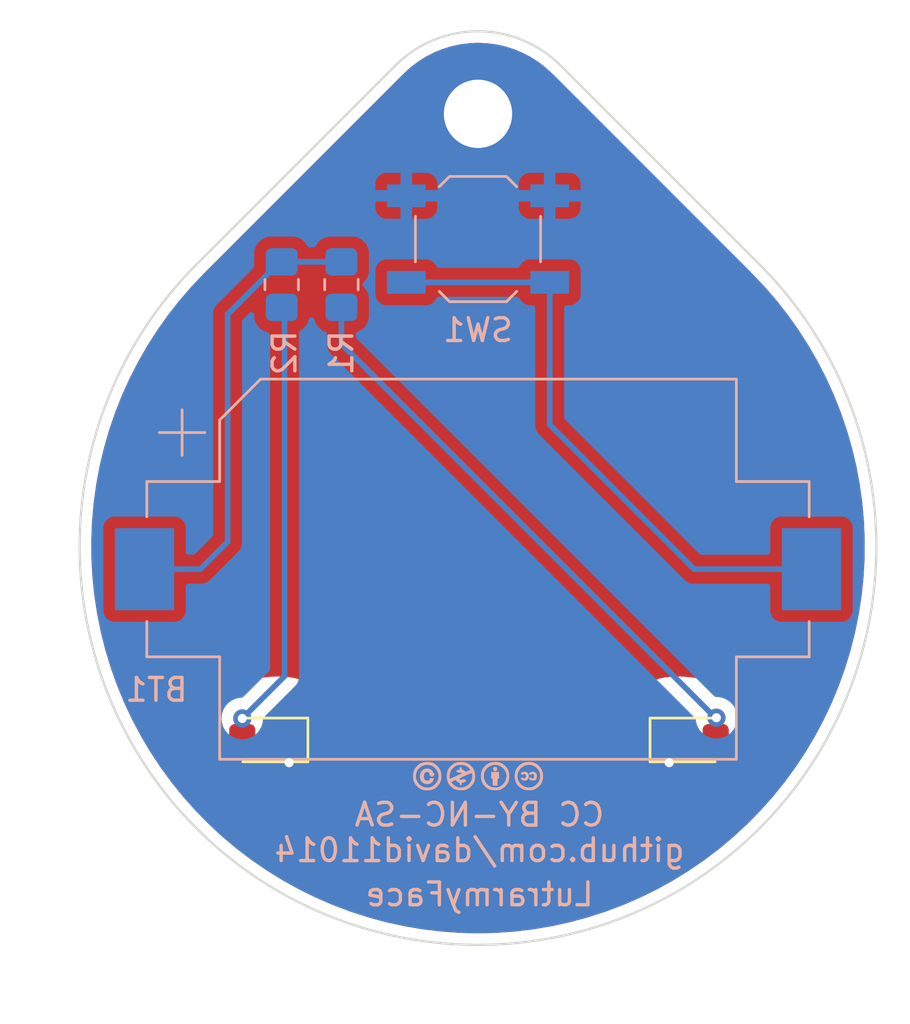
<source format=kicad_pcb>
(kicad_pcb (version 20211014) (generator pcbnew)
  (layers (0 "F.Cu" signal) (31 "B.Cu" signal) (34 "B.Paste" user) (35 "F.Paste" user) (36 "B.SilkS" user "B.Silkscreen") (37 "F.SilkS" user "F.Silkscreen") (38 "B.Mask" user) (39 "F.Mask" user) (44 "Edge.Cuts" user))
  (net 0 "")
  (net 1 "Net-(BT1-Pad1)")
  (net 2 "Net-(BT1-Pad2)")
  (net 3 "GND")
  (net 4 "Net-(D1-Pad2)")
  (net 5 "Net-(D2-Pad2)")
  (footprint "LED_SMD:LED_0805_2012Metric_Pad1.15x1.40mm_HandSolder" (layer "F.Cu") (at 126.668189 107.5 180)
    (fp_text reference "D2" hide)
    (fp_text value "LED")
    (fp_line (start -1.86 -0.96) (end -1.86 0.96) (layer "F.SilkS") (width 0.12))
    (fp_line (start -1.86 0.96) (end 1 0.96) (layer "F.SilkS") (width 0.12))
    (fp_line (start 1 -0.96) (end -1.86 -0.96) (layer "F.SilkS") (width 0.12))
    (pad "1" smd roundrect (at -1.025 0 180) (size 1.15 1.4) (layers "F.Cu" "F.Paste" "F.Mask") (roundrect_rratio 0.2173913043) (net 3 "GND"))
    (pad "2" smd roundrect (at 1.025 0 180) (size 1.15 1.4) (layers "F.Cu" "F.Paste" "F.Mask") (roundrect_rratio 0.2173913043) (net 5 "Net-(D2-Pad2)"))
  )
  (footprint "LED_SMD:LED_0805_2012Metric_Pad1.15x1.40mm_HandSolder" (layer "F.Cu") (at 145.418189 107.5)
    (fp_text reference "D1" hide)
    (fp_text value "LED")
    (fp_line (start -1.86 0.96) (end 1 0.96) (layer "F.SilkS") (width 0.12))
    (fp_line (start 1 -0.96) (end -1.86 -0.96) (layer "F.SilkS") (width 0.12))
    (fp_line (start -1.86 -0.96) (end -1.86 0.96) (layer "F.SilkS") (width 0.12))
    (pad "1" smd roundrect (at -1.025 0) (size 1.15 1.4) (layers "F.Cu" "F.Paste" "F.Mask") (roundrect_rratio 0.2173913043) (net 3 "GND"))
    (pad "2" smd roundrect (at 1.025 0) (size 1.15 1.4) (layers "F.Cu" "F.Paste" "F.Mask") (roundrect_rratio 0.2173913043) (net 4 "Net-(D1-Pad2)"))
  )
  (footprint "Battery:BatteryHolder_Keystone_1060_1x2032" (layer "B.Cu") (at 136 100)
    (fp_text reference "BT1" (at -14.125 5.3) (layer "B.SilkS") (effects (justify mirror)))
    (fp_text value "Battery_Cell")
    (fp_line (start 11.35 -3.85) (end 14.55 -3.85) (layer "B.SilkS") (width 0.12))
    (fp_line (start 11.35 8.35) (end 11.35 3.85) (layer "B.SilkS") (width 0.12))
    (fp_line (start -14.55 3.85) (end -14.55 2.3) (layer "B.SilkS") (width 0.12))
    (fp_line (start -9.55 -8.35) (end -11.35 -6.55) (layer "B.SilkS") (width 0.12))
    (fp_line (start -13 -5) (end -13 -7) (layer "B.SilkS") (width 0.12))
    (fp_line (start 11.35 3.85) (end 14.55 3.85) (layer "B.SilkS") (width 0.12))
    (fp_line (start -12 -6) (end -14 -6) (layer "B.SilkS") (width 0.12))
    (fp_line (start 11.35 -8.35) (end -9.55 -8.35) (layer "B.SilkS") (width 0.12))
    (fp_line (start -11.35 3.85) (end -14.55 3.85) (layer "B.SilkS") (width 0.12))
    (fp_line (start -14.55 -3.85) (end -14.55 -2.3) (layer "B.SilkS") (width 0.12))
    (fp_line (start 11.35 -8.35) (end 11.35 -3.85) (layer "B.SilkS") (width 0.12))
    (fp_line (start -11.35 -3.85) (end -14.55 -3.85) (layer "B.SilkS") (width 0.12))
    (fp_line (start 14.55 3.85) (end 14.55 2.3) (layer "B.SilkS") (width 0.12))
    (fp_line (start 14.55 -3.85) (end 14.55 -2.3) (layer "B.SilkS") (width 0.12))
    (fp_line (start -11.35 8.35) (end 11.35 8.35) (layer "B.SilkS") (width 0.12))
    (fp_line (start -11.35 -6.55) (end -11.35 -3.85) (layer "B.SilkS") (width 0.12))
    (fp_line (start -11.35 8.35) (end -11.35 3.85) (layer "B.SilkS") (width 0.12))
    (pad "1" smd rect (at -14.65 0 180) (size 2.6 3.6) (layers "B.Cu" "B.Paste" "B.Mask") (net 1 "Net-(BT1-Pad1)"))
    (pad "2" smd rect (at 14.65 0 180) (size 2.6 3.6) (layers "B.Cu" "B.Paste" "B.Mask") (net 2 "Net-(BT1-Pad2)"))
  )
  (footprint "Resistor_SMD:R_0805_2012Metric_Pad1.20x1.40mm_HandSolder" (layer "B.Cu") (at 127.375 87.5 -90)
    (fp_text reference "R2" (at 3 -0.125 90) (layer "B.SilkS") (effects (justify mirror)))
    (fp_text value "2K")
    (fp_line (start -0.227064 0.735) (end 0.227064 0.735) (layer "B.SilkS") (width 0.12))
    (fp_line (start -0.227064 -0.735) (end 0.227064 -0.735) (layer "B.SilkS") (width 0.12))
    (pad "1" smd roundrect (at -1 0 270) (size 1.2 1.4) (layers "B.Cu" "B.Paste" "B.Mask") (roundrect_rratio 0.2083333333) (net 1 "Net-(BT1-Pad1)"))
    (pad "2" smd roundrect (at 1 0 270) (size 1.2 1.4) (layers "B.Cu" "B.Paste" "B.Mask") (roundrect_rratio 0.2083333333) (net 5 "Net-(D2-Pad2)"))
  )
  (footprint "Button_Switch_SMD:SW_SPST_TL3342" (layer "B.Cu") (at 136 85.5)
    (fp_text reference "SW1" (at 0 4) (layer "B.SilkS") (effects (justify mirror)))
    (fp_text value "SW_Push")
    (fp_line (start -2.75 1) (end -2.75 -1) (layer "B.SilkS") (width 0.12))
    (fp_line (start -1.25 2.75) (end 1.25 2.75) (layer "B.SilkS") (width 0.12))
    (fp_line (start 2.75 1) (end 2.75 -1) (layer "B.SilkS") (width 0.12))
    (fp_line (start 1.7 2.3) (end 1.25 2.75) (layer "B.SilkS") (width 0.12))
    (fp_line (start -1.25 -2.75) (end 1.25 -2.75) (layer "B.SilkS") (width 0.12))
    (fp_line (start -1.7 2.3) (end -1.25 2.75) (layer "B.SilkS") (width 0.12))
    (fp_line (start -1.7 -2.3) (end -1.25 -2.75) (layer "B.SilkS") (width 0.12))
    (fp_line (start 1.7 -2.3) (end 1.25 -2.75) (layer "B.SilkS") (width 0.12))
    (pad "1" smd rect (at 3.15 1.9) (size 1.7 1) (layers "B.Cu" "B.Paste" "B.Mask") (net 2 "Net-(BT1-Pad2)"))
    (pad "1" smd rect (at -3.15 1.9) (size 1.7 1) (layers "B.Cu" "B.Paste" "B.Mask") (net 2 "Net-(BT1-Pad2)"))
    (pad "2" smd rect (at -3.15 -1.9) (size 1.7 1) (layers "B.Cu" "B.Paste" "B.Mask") (net 3 "GND"))
    (pad "2" smd rect (at 3.15 -1.9) (size 1.7 1) (layers "B.Cu" "B.Paste" "B.Mask") (net 3 "GND"))
  )
  (footprint "CopyRight:CC-BY-NC-SA" (layer "B.Cu") (at 136.06524 113.28409 180)
    (fp_text reference "LutrarmyFace" (at 0 -1 unlocked) (layer "B.SilkS") (effects (justify mirror)))
    (fp_text value "CC-BY-NC-SA" hide)
    (fp_text user "github.com/david11014" (at 0 0.94 unlocked) (layer "B.SilkS") (effects (justify mirror)))
    (fp_text user "CC BY-NC-SA" (at 0 2.5 unlocked) (layer "B.SilkS") (effects (justify mirror)))
    (fp_poly (pts (xy -2.031358 4.807373) (xy -1.915094 4.77542) (xy -1.811862 4.717945) (xy -1.7214 4.640064) (xy -1.637551 4.541109) (xy -1.582381 4.437109) (xy -1.55244 4.319333) (xy -1.544208 4.192081) (xy -1.558742 4.037847) (xy -1.602659 3.903796) (xy -1.676428 3.789125) (xy -1.780516 3.693035) (xy -1.868925 3.637861) (xy -1.928901 3.607768) (xy -1.97971 3.589191) (xy -2.034586 3.578986) (xy -2.106764 3.574004) (xy -2.14259 3.572794) (xy -2.221768 3.572514) (xy -2.293325 3.575812) (xy -2.34536 3.58202) (xy -2.356936 3.584812) (xy -2.44544 3.623429) (xy -2.538281 3.681876) (xy -2.621317 3.75026) (xy -2.669913 3.803775) (xy -2.733636 3.902271) (xy -2.772848 4.000911) (xy -2.790819 4.110955) (xy -2.791311 4.168499) (xy -2.66727 4.168499) (xy -2.645522 4.049427) (xy -2.594644 3.938896) (xy -2.516677 3.84168) (xy -2.413663 3.762558) (xy -2.317592 3.716607) (xy -2.23291 3.699083) (xy -2.132902 3.699468) (xy -2.032444 3.716597) (xy -1.954512 3.745079) (xy -1.838492 3.820294) (xy -1.75275 3.914338) (xy -1.697489 4.026924) (xy -1.673552 4.148917) (xy -1.677015 4.277841) (xy -1.711029 4.391466) (xy -1.777687 4.495419) (xy -1.819486 4.541138) (xy -1.923092 4.621927) (xy -2.037013 4.671542) (xy -2.155897 4.690841) (xy -2.27439 4.680687) (xy -2.387142 4.641941) (xy -2.488798 4.575462) (xy -2.574008 4.482112) (xy -2.615216 4.413157) (xy -2.657849 4.291334) (xy -2.66727 4.168499) (xy -2.791311 4.168499) (xy -2.79178 4.223298) (xy -2.778481 4.351108) (xy -2.746955 4.456701) (xy -2.692432 4.550954) (xy -2.610138 4.644744) (xy -2.604376 4.650435) (xy -2.506044 4.731059) (xy -2.400683 4.783547) (xy -2.28002 4.811073) (xy -2.169384 4.817257)) (layer "B.SilkS") (width 0) (fill solid))
    (fp_poly (pts (xy 2.364832 4.524257) (xy 2.458335 4.48814) (xy 2.534529 4.425001) (xy 2.583127 4.357441) (xy 2.609767 4.282116) (xy 2.617059 4.18934) (xy 2.613992 4.130024) (xy 2.589682 4.026138) (xy 2.537111 3.942986) (xy 2.458579 3.882801) (xy 2.356385 3.847815) (xy 2.317525 3.842146) (xy 2.228753 3.844788) (xy 2.161443 3.867358) (xy 2.082577 3.922011) (xy 2.032039 3.998148) (xy 2.0166 4.04926) (xy 2.005898 4.10277) (xy 2.097441 4.10277) (xy 2.1519 4.100941) (xy 2.179375 4.093242) (xy 2.188516 4.076358) (xy 2.188985 4.067674) (xy 2.203837 4.028626) (xy 2.241637 4.004253) (xy 2.292253 3.995747) (xy 2.345553 4.004295) (xy 2.391404 4.031089) (xy 2.402035 4.042661) (xy 2.427705 4.098033) (xy 2.439121 4.171587) (xy 2.435325 4.248344) (xy 2.418876 4.306137) (xy 2.379613 4.354386) (xy 2.323648 4.378027) (xy 2.26307 4.372394) (xy 2.255417 4.369236) (xy 2.217824 4.34402) (xy 2.196645 4.3148) (xy 2.197231 4.291055) (xy 2.207383 4.28419) (xy 2.208048 4.269812) (xy 2.189475 4.241207) (xy 2.159714 4.2072) (xy 2.12682 4.176617) (xy 2.098844 4.158284) (xy 2.090743 4.156356) (xy 2.067607 4.168274) (xy 2.031129 4.198562) (xy 2.010363 4.218874) (xy 1.977201 4.257729) (xy 1.969366 4.278853) (xy 1.975601 4.281813) (xy 1.996581 4.297169) (xy 2.023053 4.336223) (xy 2.04069 4.371579) (xy 2.07206 4.431182) (xy 2.108626 4.469062) (xy 2.156794 4.495801) (xy 2.262968 4.527064)) (layer "B.SilkS") (width 0) (fill solid))
    (fp_poly (pts (xy -2.258251 4.375032) (xy -2.210569 4.345042) (xy -2.178789 4.31566) (xy -2.171887 4.298059) (xy -2.187551 4.280852) (xy -2.196177 4.274162) (xy -2.240935 4.249192) (xy -2.275431 4.254732) (xy -2.294419 4.27246) (xy -2.323491 4.296512) (xy -2.352445 4.289536) (xy -2.373523 4.271185) (xy -2.395243 4.230431) (xy -2.398348 4.179814) (xy -2.385556 4.131) (xy -2.359582 4.095656) (xy -2.330143 4.084908) (xy -2.306673 4.096271) (xy -2.28567 4.11407) (xy -2.255865 4.133168) (xy -2.219859 4.126412) (xy -2.212946 4.123384) (xy -2.177713 4.100808) (xy -2.174456 4.075966) (xy -2.203391 4.043276) (xy -2.216448 4.032618) (xy -2.2743 4.00585) (xy -2.347711 3.996577) (xy -2.420487 4.005926) (xy -2.448675 4.016488) (xy -2.494233 4.058081) (xy -2.520272 4.128481) (xy -2.526627 4.203226) (xy -2.521169 4.263432) (xy -2.499906 4.307629) (xy -2.474414 4.336352) (xy -2.409212 4.37831) (xy -2.333514 4.391323)) (layer "B.SilkS") (width 0) (fill solid))
    (fp_poly (pts (xy -1.9138 4.381097) (xy -1.860039 4.361615) (xy -1.825644 4.334501) (xy -1.814965 4.304135) (xy -1.832352 4.2749) (xy -1.855702 4.260777) (xy -1.894161 4.250422) (xy -1.92373 4.265577) (xy -1.928427 4.270091) (xy -1.961309 4.295476) (xy -1.988659 4.29109) (xy -2.014787 4.266588) (xy -2.040799 4.214647) (xy -2.037996 4.157854) (xy -2.009082 4.112115) (xy -1.981644 4.091422) (xy -1.957843 4.092665) (xy -1.927888 4.110292) (xy -1.881957 4.12931) (xy -1.84705 4.129305) (xy -1.816568 4.10918) (xy -1.8144 4.081553) (xy -1.835385 4.051403) (xy -1.874366 4.023708) (xy -1.926181 4.003446) (xy -1.985614 3.995597) (xy -2.045878 4.001456) (xy -2.090753 4.024095) (xy -2.117171 4.047809) (xy -2.149767 4.086587) (xy -2.165231 4.127419) (xy -2.169368 4.186343) (xy -2.169384 4.192081) (xy -2.165877 4.253059) (xy -2.15149 4.294713) (xy -2.120417 4.333079) (xy -2.117171 4.336352) (xy -2.074187 4.37126) (xy -2.027557 4.386194) (xy -1.982576 4.388565)) (layer "B.SilkS") (width 0) (fill solid))
    (fp_poly (pts (xy 2.441614 4.805402) (xy 2.540961 4.778627) (xy 2.646336 4.722868) (xy 2.744758 4.641025) (xy 2.826681 4.542647) (xy 2.882556 4.43728) (xy 2.882705 4.436884) (xy 2.913777 4.312263) (xy 2.92226 4.174694) (xy 2.90815 4.038907) (xy 2.882759 3.947146) (xy 2.82928 3.846183) (xy 2.75 3.75) (xy 2.654523 3.668144) (xy 2.552455 3.610164) (xy 2.538014 3.604431) (xy 2.450812 3.581847) (xy 2.346371 3.569743) (xy 2.238156 3.568425) (xy 2.13963 3.578202) (xy 2.077571 3.593944) (xy 1.956643 3.655927) (xy 1.848319 3.745151) (xy 1.760071 3.853986) (xy 1.69937 3.974803) (xy 1.696476 3.983125) (xy 1.676382 4.078149) (xy 1.670999 4.190083) (xy 1.671109 4.191564) (xy 1.796017 4.191564) (xy 1.813104 4.07046) (xy 1.861265 3.955712) (xy 1.935848 3.853697) (xy 2.032204 3.770794) (xy 2.14433 3.713862) (xy 2.226231 3.697063) (xy 2.323678 3.695342) (xy 2.419975 3.708389) (xy 2.460584 3.719703) (xy 2.572907 3.776048) (xy 2.667176 3.859282) (xy 2.738466 3.96307) (xy 2.781853 4.081078) (xy 2.79173 4.145687) (xy 2.78615 4.277) (xy 2.750343 4.396057) (xy 2.688542 4.499521) (xy 2.604976 4.584056) (xy 2.503877 4.646326) (xy 2.389476 4.682992) (xy 2.266004 4.69072) (xy 2.137693 4.666171) (xy 2.133484 4.664792) (xy 2.026379 4.611318) (xy 1.934025 4.530551) (xy 1.861479 4.429582) (xy 1.813796 4.315503) (xy 1.796035 4.195404) (xy 1.796017 4.191564) (xy 1.671109 4.191564) (xy 1.679561 4.305224) (xy 1.7013 4.409865) (xy 1.723663 4.468944) (xy 1.784175 4.564442) (xy 1.866163 4.654438) (xy 1.959391 4.729319) (xy 2.053619 4.779471) (xy 2.054853 4.779936) (xy 2.174777 4.809705) (xy 2.308613 4.81818)) (layer "B.SilkS") (width 0) (fill solid))
    (fp_poly (pts (xy 0.951624 4.807373) (xy 1.067888 4.77542) (xy 1.171119 4.717945) (xy 1.261581 4.640064) (xy 1.345431 4.541109) (xy 1.4006 4.437109) (xy 1.430541 4.319333) (xy 1.438774 4.192081) (xy 1.428052 4.050603) (xy 1.394045 3.931166) (xy 1.333992 3.826568) (xy 1.270802 3.754127) (xy 1.181249 3.674579) (xy 1.094061 3.62101) (xy 0.998509 3.588967) (xy 0.883859 3.573996) (xy 0.83146 3.57182) (xy 0.712478 3.573351) (xy 0.625787 3.58423) (xy 0.595012 3.593134) (xy 0.486264 3.648811) (xy 0.383559 3.727205) (xy 0.304073 3.813985) (xy 0.244692 3.908957) (xy 0.208281 4.00531) (xy 0.191816 4.114042) (xy 0.191369 4.199212) (xy 0.313731 4.199212) (xy 0.329732 4.072549) (xy 0.375385 3.958549) (xy 0.445976 3.860615) (xy 0.536792 3.782148) (xy 0.643119 3.726551) (xy 0.760243 3.697227) (xy 0.883452 3.697577) (xy 0.978024 3.719703) (xy 1.043614 3.750452) (xy 1.113324 3.796182) (xy 1.175638 3.848128) (xy 1.21904 3.897531) (xy 1.225249 3.907819) (xy 1.231588 3.928252) (xy 1.221121 3.94564) (xy 1.187893 3.96563) (xy 1.141908 3.986855) (xy 1.088525 4.009529) (xy 1.050346 4.023979) (xy 1.036549 4.027087) (xy 1.026401 4.009515) (xy 1.01249 3.983352) (xy 0.982378 3.951097) (xy 0.935697 3.924026) (xy 0.92969 3.921712) (xy 0.886681 3.900826) (xy 0.869332 3.873352) (xy 0.867185 3.849111) (xy 0.861521 3.812495) (xy 0.838098 3.799868) (xy 0.822529 3.799113) (xy 0.790615 3.80488) (xy 0.77894 3.829397) (xy 0.777874 3.8527) (xy 0.772736 3.891354) (xy 0.752213 3.90536) (xy 0.737684 3.906353) (xy 0.696182 3.91556) (xy 0.64585 3.938137) (xy 0.637172 3.943195) (xy 0.576849 3.979971) (xy 0.627037 4.032356) (xy 0.660751 4.064791) (xy 0.68395 4.073932) (xy 0.709759 4.063271) (xy 0.719605 4.056973) (xy 0.765712 4.038082) (xy 0.814736 4.034135) (xy 0.855162 4.044001) (xy 0.875479 4.066548) (xy 0.876116 4.07236) (xy 0.867348 4.089091) (xy 0.838743 4.111052) (xy 0.786847 4.140202) (xy 0.708208 4.178498) (xy 0.611072 4.222691) (xy 0.506099 4.269141) (xy 0.429338 4.300711) (xy 0.376364 4.317052) (xy 0.342752 4.317814) (xy 0.324078 4.302649) (xy 0.315917 4.271206) (xy 0.313846 4.223137) (xy 0.313731 4.199212) (xy 0.191369 4.199212) (xy 0.191238 4.224264) (xy 0.204742 4.352359) (xy 0.236892 4.458617) (xy 0.248543 4.478629) (xy 0.396806 4.478629) (xy 0.498243 4.432189) (xy 0.599681 4.385749) (xy 0.654423 4.431812) (xy 0.69811 4.461646) (xy 0.73699 4.477224) (xy 0.74352 4.477875) (xy 0.768834 4.48695) (xy 0.777615 4.519886) (xy 0.777874 4.531462) (xy 0.78268 4.569759) (xy 0.80311 4.583769) (xy 0.822529 4.585048) (xy 0.854443 4.579281) (xy 0.866118 4.554765) (xy 0.867185 4.531462) (xy 0.874764 4.489512) (xy 0.894865 4.477875) (xy 0.929119 4.470015) (xy 0.974587 4.450943) (xy 0.977559 4.449427) (xy 1.032572 4.420978) (xy 0.993798 4.382444) (xy 0.955091 4.356119) (xy 0.90118 4.345008) (xy 0.866923 4.343909) (xy 0.815813 4.340675) (xy 0.782859 4.332421) (xy 0.776462 4.326258) (xy 0.791014 4.314013) (xy 0.831751 4.290918) (xy 0.891973 4.260085) (xy 0.964983 4.224627) (xy 1.044082 4.187656) (xy 1.122572 4.152284) (xy 1.193754 4.121625) (xy 1.25093 4.098789) (xy 1.287402 4.086891) (xy 1.29376 4.085895) (xy 1.306472 4.092685) (xy 1.312433 4.11857) (xy 1.312438 4.169856) (xy 1.309981 4.214408) (xy 1.292165 4.335058) (xy 1.253331 4.434074) (xy 1.188984 4.521493) (xy 1.158958 4.551821) (xy 1.087015 4.613579) (xy 1.020147 4.652937) (xy 0.946432 4.67443) (xy 0.85395 4.682589) (xy 0.813598 4.683136) (xy 0.733927 4.68176) (xy 0.677971 4.675811) (xy 0.633781 4.662854) (xy 0.589412 4.640451) (xy 0.58139 4.635763) (xy 0.521911 4.595647) (xy 0.466301 4.5503) (xy 0.448908 4.533432) (xy 0.396806 4.478629) (xy 0.248543 4.478629) (xy 0.292505 4.554143) (xy 0.375645 4.649284) (xy 0.473876 4.7305) (xy 0.581591 4.783615) (xy 0.705991 4.811391) (xy 0.813598 4.817257)) (layer "B.SilkS") (width 0) (fill solid))
    (fp_poly (pts (xy -0.511945 4.232271) (xy -0.510008 4.159922) (xy -0.511467 4.116135) (xy -0.517833 4.093796) (xy -0.530614 4.085792) (xy -0.543204 4.084908) (xy -0.560913 4.082243) (xy -0.571728 4.069581) (xy -0.577331 4.03992) (xy -0.579402 3.986259) (xy -0.579651 3.933079) (xy -0.579651 3.781251) (xy -0.793997 3.781251) (xy -0.793997 3.933079) (xy -0.794636 4.006849) (xy -0.797676 4.051904) (xy -0.804796 4.075244) (xy -0.817678 4.083872) (xy -0.830443 4.084908) (xy -0.84825 4.087372) (xy -0.858653 4.099507) (xy -0.86316 4.128425) (xy -0.86328 4.181239) (xy -0.861702 4.232271) (xy -0.856514 4.379633) (xy -0.517133 4.379633)) (layer "B.SilkS") (width 0) (fill solid))
    (fp_poly (pts (xy -0.548798 4.807373) (xy -0.432534 4.77542) (xy -0.329303 4.717945) (xy -0.238841 4.640064) (xy -0.154991 4.541109) (xy -0.099822 4.437109) (xy -0.06988 4.319333) (xy -0.061648 4.192081) (xy -0.07237 4.050603) (xy -0.106376 3.931166) (xy -0.16643 3.826568) (xy -0.22962 3.754127) (xy -0.319173 3.674579) (xy -0.406361 3.62101) (xy -0.501913 3.588967) (xy -0.616563 3.573996) (xy -0.668962 3.57182) (xy -0.787944 3.573351) (xy -0.874635 3.58423) (xy -0.90541 3.593134) (xy -1.014158 3.648811) (xy -1.116863 3.727205) (xy -1.196349 3.813985) (xy -1.25573 3.908957) (xy -1.292141 4.00531) (xy -1.308606 4.114042) (xy -1.309013 4.191564) (xy -1.186964 4.191564) (xy -1.169877 4.07046) (xy -1.121717 3.955712) (xy -1.047133 3.853697) (xy -0.950778 3.770794) (xy -0.838652 3.713862) (xy -0.756751 3.697063) (xy -0.659304 3.695342) (xy -0.563007 3.708389) (xy -0.522398 3.719703) (xy -0.409319 3.775982) (xy -0.316623 3.857646) (xy -0.247078 3.959001) (xy -0.20345 4.074353) (xy -0.188509 4.198008) (xy -0.205021 4.324273) (xy -0.213956 4.354285) (xy -0.268008 4.462991) (xy -0.34926 4.55605) (xy -0.450836 4.628549) (xy -0.565865 4.675577) (xy -0.686824 4.692221) (xy -0.81187 4.67538) (xy -0.926396 4.627982) (xy -1.025721 4.554713) (xy -1.105161 4.460259) (xy -1.160037 4.349307) (xy -1.185666 4.226543) (xy -1.186964 4.191564) (xy -1.309013 4.191564) (xy -1.309184 4.224264) (xy -1.29568 4.352359) (xy -1.26353 4.458617) (xy -1.207917 4.554143) (xy -1.124777 4.649284) (xy -1.026546 4.7305) (xy -0.918831 4.783615) (xy -0.794431 4.811391) (xy -0.686824 4.817257)) (layer "B.SilkS") (width 0) (fill solid))
    (fp_poly (pts (xy -0.633856 4.591073) (xy -0.604849 4.554025) (xy -0.597513 4.501725) (xy -0.611494 4.446906) (xy -0.648139 4.414603) (xy -0.699496 4.408914) (xy -0.744876 4.42572) (xy -0.767213 4.456477) (xy -0.776043 4.504366) (xy -0.770335 4.553042) (xy -0.7547 4.581476) (xy -0.721299 4.597981) (xy -0.686824 4.602911)) (layer "B.SilkS") (width 0) (fill solid))
  )
  (footprint "Resistor_SMD:R_0805_2012Metric_Pad1.20x1.40mm_HandSolder" (layer "B.Cu") (at 130 87.5 -90)
    (fp_text reference "R1" (at 3 0 90) (layer "B.SilkS") (effects (justify mirror)))
    (fp_text value "2K")
    (fp_line (start -0.227064 -0.735) (end 0.227064 -0.735) (layer "B.SilkS") (width 0.12))
    (fp_line (start -0.227064 0.735) (end 0.227064 0.735) (layer "B.SilkS") (width 0.12))
    (pad "1" smd roundrect (at -1 0 270) (size 1.2 1.4) (layers "B.Cu" "B.Paste" "B.Mask") (roundrect_rratio 0.2083333333) (net 1 "Net-(BT1-Pad1)"))
    (pad "2" smd roundrect (at 1 0 270) (size 1.2 1.4) (layers "B.Cu" "B.Paste" "B.Mask") (roundrect_rratio 0.2083333333) (net 4 "Net-(D1-Pad2)"))
  )
  (gr_line (start 123.625 86.625) (end 132.375 77.875) (layer "Edge.Cuts") (width 0.1))
  (gr_arc (start 148.374999 86.625001) (mid 136 116.500891) (end 123.625001 86.625001) (layer "Edge.Cuts") (width 0.1))
  (gr_line (start 139.625 77.875) (end 148.375 86.625) (layer "Edge.Cuts") (width 0.1))
  (gr_arc (start 132.375 77.875) (mid 136 76.373476) (end 139.625 77.875) (layer "Edge.Cuts") (width 0.1))
  (segment (start 123.8 100) (end 125 98.8) (width 0.25) (layer "B.Cu") (net 1))
  (segment (start 125 88.8) (end 127.3 86.5) (width 0.25) (layer "B.Cu") (net 1))
  (segment (start 125 98.8) (end 125 88.8) (width 0.25) (layer "B.Cu") (net 1))
  (segment (start 127.375 86.5) (end 130 86.5) (width 0.25) (layer "B.Cu") (net 1))
  (segment (start 127.3 86.5) (end 127.375 86.5) (width 0.25) (layer "B.Cu") (net 1))
  (segment (start 121.35 100) (end 123.8 100) (width 0.25) (layer "B.Cu") (net 1))
  (segment (start 145.5 100) (end 150.65 100) (width 0.25) (layer "B.Cu") (net 2))
  (segment (start 139.15 87.4) (end 139.15 93.65) (width 0.25) (layer "B.Cu") (net 2))
  (segment (start 132.85 87.4) (end 139.15 87.4) (width 0.25) (layer "B.Cu") (net 2))
  (segment (start 139.15 93.65) (end 145.5 100) (width 0.25) (layer "B.Cu") (net 2))
  (segment (start 127.693189 107.5) (end 127.693189 108.493189) (width 0.25) (layer "F.Cu") (net 3))
  (segment (start 144.393189 108.493189) (end 144.4 108.5) (width 0.25) (layer "F.Cu") (net 3))
  (segment (start 127.693189 108.493189) (end 127.7 108.5) (width 0.25) (layer "F.Cu") (net 3))
  (segment (start 144.393189 107.5) (end 144.393189 108.493189) (width 0.25) (layer "F.Cu") (net 3))
  (via (at 127.7 108.5) (size 0.8) (drill 0.4) (layers "F.Cu" "B.Cu") (net 3))
  (via (at 136 80) (size 3.2) (drill 3) (layers "F.Cu" "B.Cu") (net 3))
  (via (at 144.4 108.5) (size 0.8) (drill 0.4) (layers "F.Cu" "B.Cu") (net 3))
  (segment (start 146.475 106.525) (end 146.475 106.725) (width 0.25) (layer "F.Cu") (net 4))
  (segment (start 146.475 106.725) (end 146.443189 106.756811) (width 0.25) (layer "F.Cu") (net 4))
  (segment (start 146.5 107.443189) (end 146.443189 107.5) (width 0.25) (layer "F.Cu") (net 4))
  (segment (start 146.475 107.468189) (end 146.443189 107.5) (width 0.25) (layer "F.Cu") (net 4))
  (segment (start 146.475 106.525) (end 146.475 107.468189) (width 0.25) (layer "F.Cu") (net 4))
  (via (at 146.475 106.525) (size 0.8) (drill 0.4) (layers "F.Cu" "B.Cu") (net 4))
  (segment (start 130 90.1) (end 130 88.5) (width 0.25) (layer "B.Cu") (net 4))
  (segment (start 146.475 106.525) (end 146.425 106.525) (width 0.25) (layer "B.Cu") (net 4))
  (segment (start 146.425 106.525) (end 130 90.1) (width 0.25) (layer "B.Cu") (net 4))
  (segment (start 125.643189 106.556811) (end 125.643189 107.5) (width 0.25) (layer "F.Cu") (net 5))
  (via (at 125.643189 106.556811) (size 0.8) (drill 0.4) (layers "F.Cu" "B.Cu") (net 5))
  (segment (start 127.5 88.625) (end 127.375 88.5) (width 0.25) (layer "B.Cu") (net 5))
  (segment (start 127.5 104.7) (end 127.5 88.625) (width 0.25) (layer "B.Cu") (net 5))
  (segment (start 125.643189 106.556811) (end 127.5 104.7) (width 0.25) (layer "B.Cu") (net 5))
  (zone (net 3) (net_name "GND") (layers F&B.Cu) (connect_pads (clearance 0.508)) (min_thickness 0.254) (fill yes (thermal_gap 0.508) (thermal_bridge_width 0.508) (smoothing fillet) (radius 1))
    (polygon (pts (xy 155 120) (xy 115 120) (xy 115 75) (xy 155 75.1)))
  )
  (zone (net 0) (net_name "") (layer "F.Cu") (connect_pads (clearance 0)) (min_thickness 0.254)
    (keepout (tracks allowed) (vias allowed) (pads allowed) (copperpour not_allowed) (footprints allowed))
    (fill (thermal_gap 0.508) (thermal_bridge_width 0.508))
    (polygon (pts (xy 127.342138 104.716433) (xy 127.442487 104.720517) (xy 127.541666 104.727268) (xy 127.639502 104.736779) (xy 127.735822 104.749142) (xy 127.830454 104.76445) (xy 127.923224 104.782794) (xy 128.01396 104.804268) (xy 128.102464 104.82868) (xy 128.18865 104.8559) (xy 128.272512 104.886113) (xy 128.354046 104.919499) (xy 128.433244 104.956242) (xy 128.510101 104.996525) (xy 128.584612 105.040531) (xy 128.65677 105.088441) (xy 128.726569 105.14044) (xy 128.794004 105.196709) (xy 128.859069 105.257431) (xy 128.921757 105.32279) (xy 128.982064 105.392967) (xy 129.039983 105.468146) (xy 129.095508 105.548509) (xy 129.148634 105.634239) (xy 129.251269 105.82493) (xy 129.338121 106.019242) (xy 129.409796 106.216559) (xy 129.466896 106.416261) (xy 129.510025 106.61773) (xy 129.539788 106.820347) (xy 129.556788 107.023495) (xy 129.561629 107.226555) (xy 129.554915 107.428908) (xy 129.53725 107.629936) (xy 129.509237 107.82902) (xy 129.471481 108.025543) (xy 129.424586 108.218886) (xy 129.369155 108.408429) (xy 129.305792 108.593556) (xy 129.235101 108.773647) (xy 129.197196 108.861511) (xy 129.157719 108.947661) (xy 129.116795 109.031992) (xy 129.074546 109.114396) (xy 129.031096 109.194764) (xy 128.986571 109.27299) (xy 128.941093 109.348965) (xy 128.894787 109.422582) (xy 128.847777 109.493733) (xy 128.800185 109.562312) (xy 128.752138 109.628209) (xy 128.703758 109.691318) (xy 128.655169 109.75153) (xy 128.606496 109.808739) (xy 128.557862 109.862837) (xy 128.509391 109.913715) (xy 128.485272 109.937808) (xy 128.461282 109.960863) (xy 128.437455 109.982899) (xy 128.413821 110.003933) (xy 128.36726 110.043065) (xy 128.321855 110.078396) (xy 128.27786 110.110065) (xy 128.235528 110.138211) (xy 128.195115 110.162972) (xy 128.156875 110.184486) (xy 128.121061 110.202893) (xy 128.087928 110.218329) (xy 128.05773 110.230935) (xy 128.030722 110.240849) (xy 128.007158 110.248208) (xy 127.987292 110.253151) (xy 127.971378 110.255818) (xy 127.959671 110.256346) (xy 127.950328 110.257638) (xy 127.941016 110.259121) (xy 127.931739 110.260794) (xy 127.922499 110.262656) (xy 127.913299 110.264707) (xy 127.904142 110.266946) (xy 127.895031 110.269373) (xy 127.885968 110.271986) (xy 127.575341 110.256463) (xy 127.267692 110.231245) (xy 126.964736 110.19571) (xy 126.668189 110.149239) (xy 126.379769 110.091208) (xy 126.10119 110.020997) (xy 125.966127 109.981129) (xy 125.834168 109.937984) (xy 125.705528 109.891483) (xy 125.580421 109.841548) (xy 125.459061 109.788103) (xy 125.341664 109.731068) (xy 125.228442 109.670367) (xy 125.119612 109.605922) (xy 125.015387 109.537655) (xy 124.915983 109.465489) (xy 124.821613 109.389346) (xy 124.732492 109.309148) (xy 124.648834 109.224817) (xy 124.570855 109.136277) (xy 124.498768 109.043448) (xy 124.432788 108.946254) (xy 124.37313 108.844617) (xy 124.320007 108.738459) (xy 124.273636 108.627703) (xy 124.23423 108.51227) (xy 124.19541 108.37732) (xy 124.161472 108.244055) (xy 124.132226 108.112544) (xy 124.107484 107.982853) (xy 124.087056 107.85505) (xy 124.070754 107.729203) (xy 124.058389 107.60538) (xy 124.049773 107.483647) (xy 124.043032 107.246724) (xy 124.049021 107.018976) (xy 124.06623 106.800941) (xy 124.09315 106.593162) (xy 124.12827 106.396178) (xy 124.170081 106.210529) (xy 124.217073 106.036757) (xy 124.267737 105.875401) (xy 124.320562 105.727003) (xy 124.37404 105.592101) (xy 124.42666 105.471238) (xy 124.476913 105.364952) (xy 124.761779 105.246925) (xy 124.965699 105.16997) (xy 125.204442 105.087012) (xy 125.473382 105.002517) (xy 125.767895 104.920954) (xy 125.923295 104.882668) (xy 126.083354 104.84679) (xy 126.247493 104.813879) (xy 126.415134 104.784493) (xy 126.518149 104.76872) (xy 126.621571 104.754789) (xy 126.725223 104.742787) (xy 126.82893 104.732808) (xy 126.932516 104.724941) (xy 127.035806 104.719278) (xy 127.138623 104.715908) (xy 127.240792 104.714924)))
  )
  (zone (net 0) (net_name "") (layer "F.Cu") (connect_pads (clearance 0)) (min_thickness 0.254)
    (keepout (tracks allowed) (vias allowed) (pads allowed) (copperpour not_allowed) (footprints allowed))
    (fill (thermal_gap 0.508) (thermal_bridge_width 0.508))
    (polygon (pts (xy 144.861377 104.715908) (xy 144.964194 104.719278) (xy 145.067484 104.724941) (xy 145.17107 104.732808) (xy 145.274778 104.742787) (xy 145.37843 104.754789) (xy 145.481851 104.76872) (xy 145.584866 104.784493) (xy 145.752507 104.813879) (xy 145.916646 104.84679) (xy 146.076705 104.882668) (xy 146.232105 104.920954) (xy 146.526618 105.002517) (xy 146.795558 105.087012) (xy 147.034301 105.16997) (xy 147.23822 105.246925) (xy 147.523087 105.364952) (xy 147.573339 105.471238) (xy 147.62596 105.592101) (xy 147.679437 105.727003) (xy 147.732263 105.875401) (xy 147.782927 106.036757) (xy 147.82992 106.210529) (xy 147.871731 106.396178) (xy 147.906851 106.593162) (xy 147.933771 106.800941) (xy 147.95098 107.018976) (xy 147.956969 107.246724) (xy 147.950228 107.483647) (xy 147.941612 107.60538) (xy 147.929247 107.729203) (xy 147.912945 107.85505) (xy 147.892517 107.982853) (xy 147.867774 108.112544) (xy 147.838528 108.244055) (xy 147.804589 108.37732) (xy 147.76577 108.51227) (xy 147.726364 108.627703) (xy 147.679992 108.738459) (xy 147.62687 108.844617) (xy 147.567212 108.946254) (xy 147.501232 109.043448) (xy 147.429146 109.136277) (xy 147.351166 109.224817) (xy 147.267509 109.309148) (xy 147.178387 109.389346) (xy 147.084017 109.465489) (xy 146.984613 109.537655) (xy 146.880388 109.605922) (xy 146.771558 109.670367) (xy 146.658337 109.731068) (xy 146.540939 109.788103) (xy 146.419579 109.841548) (xy 146.294472 109.891483) (xy 146.165832 109.937984) (xy 146.033873 109.981129) (xy 145.89881 110.020997) (xy 145.620231 110.091208) (xy 145.331811 110.149239) (xy 145.035264 110.19571) (xy 144.732309 110.231245) (xy 144.424659 110.256463) (xy 144.114033 110.271986) (xy 144.104971 110.269373) (xy 144.09586 110.266946) (xy 144.086703 110.264707) (xy 144.077503 110.262656) (xy 144.068262 110.260794) (xy 144.058985 110.259121) (xy 144.049673 110.257638) (xy 144.040329 110.256346) (xy 144.028622 110.255818) (xy 144.012709 110.253151) (xy 143.992843 110.248208) (xy 143.969279 110.240849) (xy 143.942271 110.230935) (xy 143.912074 110.218329) (xy 143.878941 110.202893) (xy 143.843127 110.184486) (xy 143.804886 110.162972) (xy 143.764473 110.138211) (xy 143.722141 110.110065) (xy 143.678145 110.078396) (xy 143.63274 110.043065) (xy 143.586179 110.003933) (xy 143.562545 109.982899) (xy 143.538717 109.960863) (xy 143.514728 109.937808) (xy 143.490608 109.913715) (xy 143.442138 109.862837) (xy 143.393504 109.808739) (xy 143.34483 109.75153) (xy 143.296242 109.691318) (xy 143.247862 109.628209) (xy 143.199814 109.562312) (xy 143.152223 109.493733) (xy 143.105213 109.422582) (xy 143.058907 109.348965) (xy 143.013429 109.27299) (xy 142.968904 109.194764) (xy 142.925455 109.114396) (xy 142.883206 109.031992) (xy 142.842281 108.947661) (xy 142.802805 108.861511) (xy 142.7649 108.773647) (xy 142.694209 108.593556) (xy 142.630845 108.408429) (xy 142.575414 108.218886) (xy 142.528518 108.025543) (xy 142.490762 107.82902) (xy 142.46275 107.629936) (xy 142.445084 107.428908) (xy 142.43837 107.226555) (xy 142.443211 107.023495) (xy 142.460211 106.820347) (xy 142.489974 106.61773) (xy 142.533104 106.416261) (xy 142.590204 106.216559) (xy 142.661878 106.019242) (xy 142.748731 105.82493) (xy 142.851366 105.634239) (xy 142.904492 105.548509) (xy 142.960017 105.468146) (xy 143.017936 105.392967) (xy 143.078243 105.32279) (xy 143.140932 105.257431) (xy 143.205996 105.196709) (xy 143.273431 105.140439) (xy 143.34323 105.088441) (xy 143.415388 105.04053) (xy 143.489898 104.996525) (xy 143.566756 104.956242) (xy 143.645954 104.919498) (xy 143.727487 104.886112) (xy 143.811349 104.855899) (xy 143.897535 104.828678) (xy 143.986038 104.804266) (xy 144.076775 104.782792) (xy 144.169545 104.764448) (xy 144.264178 104.74914) (xy 144.360498 104.736778) (xy 144.458335 104.727267) (xy 144.557514 104.720516) (xy 144.657863 104.716432) (xy 144.759209 104.714924)))
  )
)
</source>
